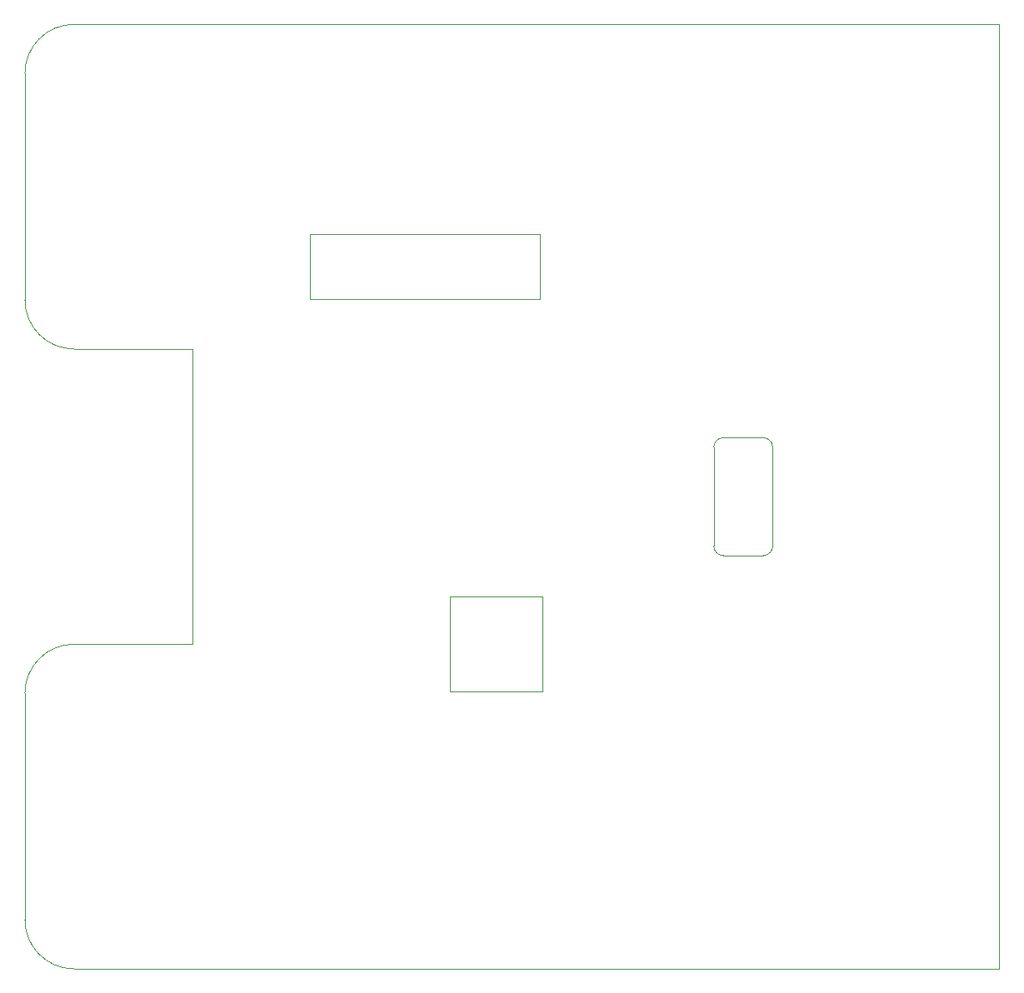
<source format=gbr>
%TF.GenerationSoftware,KiCad,Pcbnew,7.0.8*%
%TF.CreationDate,2023-10-27T12:06:26-04:00*%
%TF.ProjectId,top_plate,746f705f-706c-4617-9465-2e6b69636164,rev?*%
%TF.SameCoordinates,PX2faf080PY5f5e100*%
%TF.FileFunction,Profile,NP*%
%FSLAX46Y46*%
G04 Gerber Fmt 4.6, Leading zero omitted, Abs format (unit mm)*
G04 Created by KiCad (PCBNEW 7.0.8) date 2023-10-27 12:06:26*
%MOMM*%
%LPD*%
G01*
G04 APERTURE LIST*
%TA.AperFunction,Profile*%
%ADD10C,0.100000*%
%TD*%
G04 APERTURE END LIST*
D10*
X99000000Y-48000000D02*
X5000000Y-48000000D01*
X76000000Y5000000D02*
X76000000Y-5000000D01*
X76000000Y5000000D02*
G75*
G03*
X75000000Y6000000I-1000000J0D01*
G01*
X75000000Y-6000000D02*
X71000000Y-6000000D01*
X5000000Y-15000000D02*
G75*
G03*
X0Y-20000000I0J-5000000D01*
G01*
X5000000Y48000000D02*
G75*
G03*
X0Y43000000I0J-5000000D01*
G01*
X0Y43000000D02*
X0Y20000000D01*
X0Y-43000000D02*
G75*
G03*
X5000000Y-48000000I5000000J0D01*
G01*
X71000000Y6000000D02*
G75*
G03*
X70000000Y5000000I0J-1000000D01*
G01*
X5000000Y48000000D02*
X99000000Y48000000D01*
X0Y-20000000D02*
X0Y-43000000D01*
X17000000Y15000000D02*
X5000000Y15000000D01*
X71000000Y6000000D02*
X75000000Y6000000D01*
X70000000Y-5000000D02*
X70000000Y5000000D01*
X99000000Y48000000D02*
X99000000Y-48000000D01*
X43180000Y-10160000D02*
X52578000Y-10160000D01*
X52578000Y-19812000D01*
X43180000Y-19812000D01*
X43180000Y-10160000D01*
X70000000Y-5000000D02*
G75*
G03*
X71000000Y-6000000I1000000J0D01*
G01*
X75000000Y-6000000D02*
G75*
G03*
X76000000Y-5000000I0J1000000D01*
G01*
X0Y20000000D02*
G75*
G03*
X5000000Y15000000I5000000J0D01*
G01*
X17000000Y-15000000D02*
X17000000Y15000000D01*
X5000000Y-15000000D02*
X17000000Y-15000000D01*
X28956000Y26670000D02*
X52324000Y26670000D01*
X52324000Y20066000D01*
X28956000Y20066000D01*
X28956000Y26670000D01*
M02*

</source>
